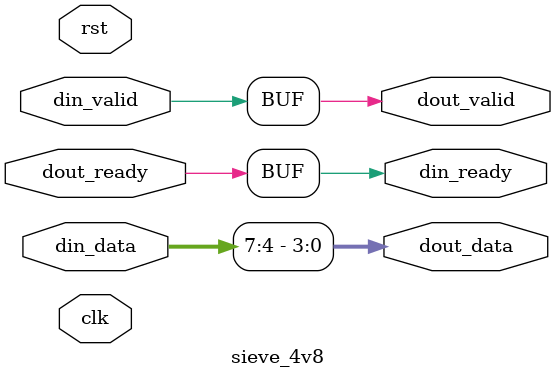
<source format=v>
module sieve_4v8
  (
   input             clk,
   input             rst,
   output wire       din_ready,
   input wire        din_valid,
   input wire [7:0]  din_data,
   input wire        dout_ready,
   output wire       dout_valid,
   output wire [3:0] dout_data

   );

   assign dout_data = {din_data[7:4]};

   assign dout_valid = din_valid;
   assign din_ready  = dout_ready;

endmodule

</source>
